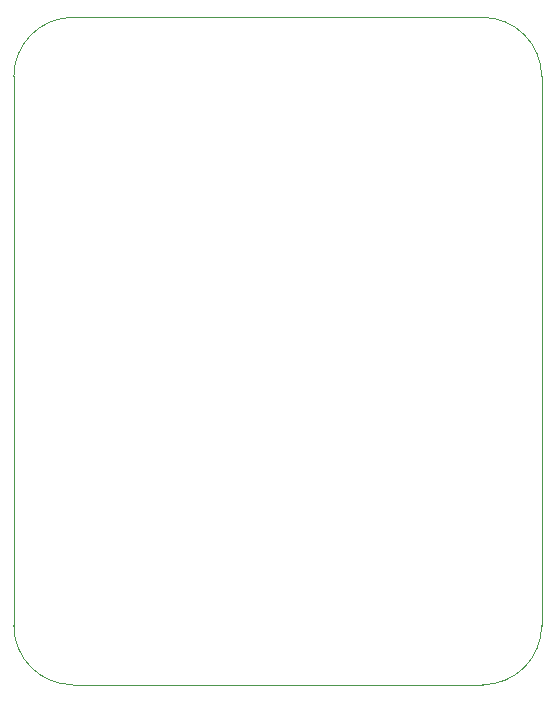
<source format=gbr>
%TF.GenerationSoftware,KiCad,Pcbnew,7.0.7*%
%TF.CreationDate,2023-09-08T11:43:04+10:00*%
%TF.ProjectId,JonoBro,4a6f6e6f-4272-46f2-9e6b-696361645f70,rev?*%
%TF.SameCoordinates,Original*%
%TF.FileFunction,Profile,NP*%
%FSLAX46Y46*%
G04 Gerber Fmt 4.6, Leading zero omitted, Abs format (unit mm)*
G04 Created by KiCad (PCBNEW 7.0.7) date 2023-09-08 11:43:04*
%MOMM*%
%LPD*%
G01*
G04 APERTURE LIST*
%TA.AperFunction,Profile*%
%ADD10C,0.100000*%
%TD*%
G04 APERTURE END LIST*
D10*
X158088353Y-120253653D02*
G75*
G03*
X163088353Y-115253731I47J4999953D01*
G01*
X123400000Y-63753700D02*
G75*
G03*
X118400000Y-68753731I0J-5000000D01*
G01*
X123400000Y-63753731D02*
X158088353Y-63753731D01*
X118400000Y-68753731D02*
X118400000Y-115253731D01*
X163088353Y-68753731D02*
X163088353Y-115253731D01*
X118399969Y-115253731D02*
G75*
G03*
X123400000Y-120253731I5000031J31D01*
G01*
X163088369Y-68753731D02*
G75*
G03*
X158088353Y-63753731I-4999969J31D01*
G01*
X123400000Y-120253731D02*
X158088353Y-120253731D01*
M02*

</source>
